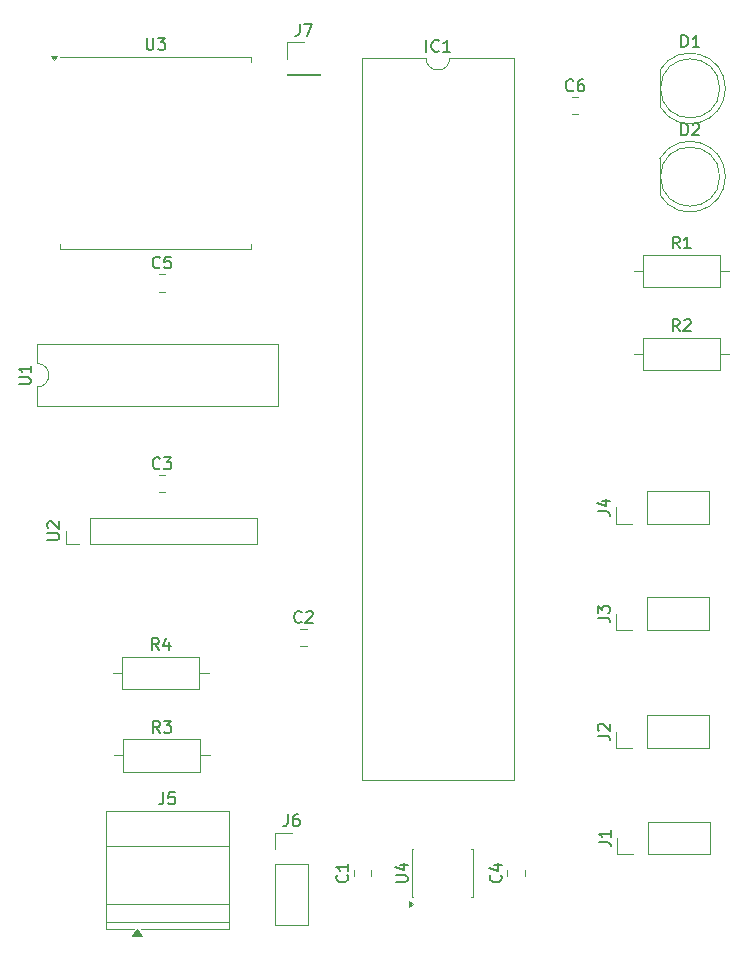
<source format=gto>
%TF.GenerationSoftware,KiCad,Pcbnew,9.0.6*%
%TF.CreationDate,2025-12-09T12:16:43+01:00*%
%TF.ProjectId,PCB Schematic Eclipse 1,50434220-5363-4686-956d-617469632045,rev?*%
%TF.SameCoordinates,Original*%
%TF.FileFunction,Legend,Top*%
%TF.FilePolarity,Positive*%
%FSLAX46Y46*%
G04 Gerber Fmt 4.6, Leading zero omitted, Abs format (unit mm)*
G04 Created by KiCad (PCBNEW 9.0.6) date 2025-12-09 12:16:43*
%MOMM*%
%LPD*%
G01*
G04 APERTURE LIST*
%ADD10C,0.150000*%
%ADD11C,0.120000*%
G04 APERTURE END LIST*
D10*
X162994819Y-136333333D02*
X163709104Y-136333333D01*
X163709104Y-136333333D02*
X163851961Y-136380952D01*
X163851961Y-136380952D02*
X163947200Y-136476190D01*
X163947200Y-136476190D02*
X163994819Y-136619047D01*
X163994819Y-136619047D02*
X163994819Y-136714285D01*
X163994819Y-135333333D02*
X163994819Y-135904761D01*
X163994819Y-135619047D02*
X162994819Y-135619047D01*
X162994819Y-135619047D02*
X163137676Y-135714285D01*
X163137676Y-135714285D02*
X163232914Y-135809523D01*
X163232914Y-135809523D02*
X163280533Y-135904761D01*
X126126666Y-132134819D02*
X126126666Y-132849104D01*
X126126666Y-132849104D02*
X126079047Y-132991961D01*
X126079047Y-132991961D02*
X125983809Y-133087200D01*
X125983809Y-133087200D02*
X125840952Y-133134819D01*
X125840952Y-133134819D02*
X125745714Y-133134819D01*
X127079047Y-132134819D02*
X126602857Y-132134819D01*
X126602857Y-132134819D02*
X126555238Y-132611009D01*
X126555238Y-132611009D02*
X126602857Y-132563390D01*
X126602857Y-132563390D02*
X126698095Y-132515771D01*
X126698095Y-132515771D02*
X126936190Y-132515771D01*
X126936190Y-132515771D02*
X127031428Y-132563390D01*
X127031428Y-132563390D02*
X127079047Y-132611009D01*
X127079047Y-132611009D02*
X127126666Y-132706247D01*
X127126666Y-132706247D02*
X127126666Y-132944342D01*
X127126666Y-132944342D02*
X127079047Y-133039580D01*
X127079047Y-133039580D02*
X127031428Y-133087200D01*
X127031428Y-133087200D02*
X126936190Y-133134819D01*
X126936190Y-133134819D02*
X126698095Y-133134819D01*
X126698095Y-133134819D02*
X126602857Y-133087200D01*
X126602857Y-133087200D02*
X126555238Y-133039580D01*
X136666666Y-133994819D02*
X136666666Y-134709104D01*
X136666666Y-134709104D02*
X136619047Y-134851961D01*
X136619047Y-134851961D02*
X136523809Y-134947200D01*
X136523809Y-134947200D02*
X136380952Y-134994819D01*
X136380952Y-134994819D02*
X136285714Y-134994819D01*
X137571428Y-133994819D02*
X137380952Y-133994819D01*
X137380952Y-133994819D02*
X137285714Y-134042438D01*
X137285714Y-134042438D02*
X137238095Y-134090057D01*
X137238095Y-134090057D02*
X137142857Y-134232914D01*
X137142857Y-134232914D02*
X137095238Y-134423390D01*
X137095238Y-134423390D02*
X137095238Y-134804342D01*
X137095238Y-134804342D02*
X137142857Y-134899580D01*
X137142857Y-134899580D02*
X137190476Y-134947200D01*
X137190476Y-134947200D02*
X137285714Y-134994819D01*
X137285714Y-134994819D02*
X137476190Y-134994819D01*
X137476190Y-134994819D02*
X137571428Y-134947200D01*
X137571428Y-134947200D02*
X137619047Y-134899580D01*
X137619047Y-134899580D02*
X137666666Y-134804342D01*
X137666666Y-134804342D02*
X137666666Y-134566247D01*
X137666666Y-134566247D02*
X137619047Y-134471009D01*
X137619047Y-134471009D02*
X137571428Y-134423390D01*
X137571428Y-134423390D02*
X137476190Y-134375771D01*
X137476190Y-134375771D02*
X137285714Y-134375771D01*
X137285714Y-134375771D02*
X137190476Y-134423390D01*
X137190476Y-134423390D02*
X137142857Y-134471009D01*
X137142857Y-134471009D02*
X137095238Y-134566247D01*
X125833333Y-87679580D02*
X125785714Y-87727200D01*
X125785714Y-87727200D02*
X125642857Y-87774819D01*
X125642857Y-87774819D02*
X125547619Y-87774819D01*
X125547619Y-87774819D02*
X125404762Y-87727200D01*
X125404762Y-87727200D02*
X125309524Y-87631961D01*
X125309524Y-87631961D02*
X125261905Y-87536723D01*
X125261905Y-87536723D02*
X125214286Y-87346247D01*
X125214286Y-87346247D02*
X125214286Y-87203390D01*
X125214286Y-87203390D02*
X125261905Y-87012914D01*
X125261905Y-87012914D02*
X125309524Y-86917676D01*
X125309524Y-86917676D02*
X125404762Y-86822438D01*
X125404762Y-86822438D02*
X125547619Y-86774819D01*
X125547619Y-86774819D02*
X125642857Y-86774819D01*
X125642857Y-86774819D02*
X125785714Y-86822438D01*
X125785714Y-86822438D02*
X125833333Y-86870057D01*
X126738095Y-86774819D02*
X126261905Y-86774819D01*
X126261905Y-86774819D02*
X126214286Y-87251009D01*
X126214286Y-87251009D02*
X126261905Y-87203390D01*
X126261905Y-87203390D02*
X126357143Y-87155771D01*
X126357143Y-87155771D02*
X126595238Y-87155771D01*
X126595238Y-87155771D02*
X126690476Y-87203390D01*
X126690476Y-87203390D02*
X126738095Y-87251009D01*
X126738095Y-87251009D02*
X126785714Y-87346247D01*
X126785714Y-87346247D02*
X126785714Y-87584342D01*
X126785714Y-87584342D02*
X126738095Y-87679580D01*
X126738095Y-87679580D02*
X126690476Y-87727200D01*
X126690476Y-87727200D02*
X126595238Y-87774819D01*
X126595238Y-87774819D02*
X126357143Y-87774819D01*
X126357143Y-87774819D02*
X126261905Y-87727200D01*
X126261905Y-87727200D02*
X126214286Y-87679580D01*
X141679580Y-139129166D02*
X141727200Y-139176785D01*
X141727200Y-139176785D02*
X141774819Y-139319642D01*
X141774819Y-139319642D02*
X141774819Y-139414880D01*
X141774819Y-139414880D02*
X141727200Y-139557737D01*
X141727200Y-139557737D02*
X141631961Y-139652975D01*
X141631961Y-139652975D02*
X141536723Y-139700594D01*
X141536723Y-139700594D02*
X141346247Y-139748213D01*
X141346247Y-139748213D02*
X141203390Y-139748213D01*
X141203390Y-139748213D02*
X141012914Y-139700594D01*
X141012914Y-139700594D02*
X140917676Y-139652975D01*
X140917676Y-139652975D02*
X140822438Y-139557737D01*
X140822438Y-139557737D02*
X140774819Y-139414880D01*
X140774819Y-139414880D02*
X140774819Y-139319642D01*
X140774819Y-139319642D02*
X140822438Y-139176785D01*
X140822438Y-139176785D02*
X140870057Y-139129166D01*
X141774819Y-138176785D02*
X141774819Y-138748213D01*
X141774819Y-138462499D02*
X140774819Y-138462499D01*
X140774819Y-138462499D02*
X140917676Y-138557737D01*
X140917676Y-138557737D02*
X141012914Y-138652975D01*
X141012914Y-138652975D02*
X141060533Y-138748213D01*
X137833333Y-117679580D02*
X137785714Y-117727200D01*
X137785714Y-117727200D02*
X137642857Y-117774819D01*
X137642857Y-117774819D02*
X137547619Y-117774819D01*
X137547619Y-117774819D02*
X137404762Y-117727200D01*
X137404762Y-117727200D02*
X137309524Y-117631961D01*
X137309524Y-117631961D02*
X137261905Y-117536723D01*
X137261905Y-117536723D02*
X137214286Y-117346247D01*
X137214286Y-117346247D02*
X137214286Y-117203390D01*
X137214286Y-117203390D02*
X137261905Y-117012914D01*
X137261905Y-117012914D02*
X137309524Y-116917676D01*
X137309524Y-116917676D02*
X137404762Y-116822438D01*
X137404762Y-116822438D02*
X137547619Y-116774819D01*
X137547619Y-116774819D02*
X137642857Y-116774819D01*
X137642857Y-116774819D02*
X137785714Y-116822438D01*
X137785714Y-116822438D02*
X137833333Y-116870057D01*
X138214286Y-116870057D02*
X138261905Y-116822438D01*
X138261905Y-116822438D02*
X138357143Y-116774819D01*
X138357143Y-116774819D02*
X138595238Y-116774819D01*
X138595238Y-116774819D02*
X138690476Y-116822438D01*
X138690476Y-116822438D02*
X138738095Y-116870057D01*
X138738095Y-116870057D02*
X138785714Y-116965295D01*
X138785714Y-116965295D02*
X138785714Y-117060533D01*
X138785714Y-117060533D02*
X138738095Y-117203390D01*
X138738095Y-117203390D02*
X138166667Y-117774819D01*
X138166667Y-117774819D02*
X138785714Y-117774819D01*
X154679580Y-139129166D02*
X154727200Y-139176785D01*
X154727200Y-139176785D02*
X154774819Y-139319642D01*
X154774819Y-139319642D02*
X154774819Y-139414880D01*
X154774819Y-139414880D02*
X154727200Y-139557737D01*
X154727200Y-139557737D02*
X154631961Y-139652975D01*
X154631961Y-139652975D02*
X154536723Y-139700594D01*
X154536723Y-139700594D02*
X154346247Y-139748213D01*
X154346247Y-139748213D02*
X154203390Y-139748213D01*
X154203390Y-139748213D02*
X154012914Y-139700594D01*
X154012914Y-139700594D02*
X153917676Y-139652975D01*
X153917676Y-139652975D02*
X153822438Y-139557737D01*
X153822438Y-139557737D02*
X153774819Y-139414880D01*
X153774819Y-139414880D02*
X153774819Y-139319642D01*
X153774819Y-139319642D02*
X153822438Y-139176785D01*
X153822438Y-139176785D02*
X153870057Y-139129166D01*
X154108152Y-138272023D02*
X154774819Y-138272023D01*
X153727200Y-138510118D02*
X154441485Y-138748213D01*
X154441485Y-138748213D02*
X154441485Y-138129166D01*
X160833333Y-72679580D02*
X160785714Y-72727200D01*
X160785714Y-72727200D02*
X160642857Y-72774819D01*
X160642857Y-72774819D02*
X160547619Y-72774819D01*
X160547619Y-72774819D02*
X160404762Y-72727200D01*
X160404762Y-72727200D02*
X160309524Y-72631961D01*
X160309524Y-72631961D02*
X160261905Y-72536723D01*
X160261905Y-72536723D02*
X160214286Y-72346247D01*
X160214286Y-72346247D02*
X160214286Y-72203390D01*
X160214286Y-72203390D02*
X160261905Y-72012914D01*
X160261905Y-72012914D02*
X160309524Y-71917676D01*
X160309524Y-71917676D02*
X160404762Y-71822438D01*
X160404762Y-71822438D02*
X160547619Y-71774819D01*
X160547619Y-71774819D02*
X160642857Y-71774819D01*
X160642857Y-71774819D02*
X160785714Y-71822438D01*
X160785714Y-71822438D02*
X160833333Y-71870057D01*
X161690476Y-71774819D02*
X161500000Y-71774819D01*
X161500000Y-71774819D02*
X161404762Y-71822438D01*
X161404762Y-71822438D02*
X161357143Y-71870057D01*
X161357143Y-71870057D02*
X161261905Y-72012914D01*
X161261905Y-72012914D02*
X161214286Y-72203390D01*
X161214286Y-72203390D02*
X161214286Y-72584342D01*
X161214286Y-72584342D02*
X161261905Y-72679580D01*
X161261905Y-72679580D02*
X161309524Y-72727200D01*
X161309524Y-72727200D02*
X161404762Y-72774819D01*
X161404762Y-72774819D02*
X161595238Y-72774819D01*
X161595238Y-72774819D02*
X161690476Y-72727200D01*
X161690476Y-72727200D02*
X161738095Y-72679580D01*
X161738095Y-72679580D02*
X161785714Y-72584342D01*
X161785714Y-72584342D02*
X161785714Y-72346247D01*
X161785714Y-72346247D02*
X161738095Y-72251009D01*
X161738095Y-72251009D02*
X161690476Y-72203390D01*
X161690476Y-72203390D02*
X161595238Y-72155771D01*
X161595238Y-72155771D02*
X161404762Y-72155771D01*
X161404762Y-72155771D02*
X161309524Y-72203390D01*
X161309524Y-72203390D02*
X161261905Y-72251009D01*
X161261905Y-72251009D02*
X161214286Y-72346247D01*
X125833333Y-104679580D02*
X125785714Y-104727200D01*
X125785714Y-104727200D02*
X125642857Y-104774819D01*
X125642857Y-104774819D02*
X125547619Y-104774819D01*
X125547619Y-104774819D02*
X125404762Y-104727200D01*
X125404762Y-104727200D02*
X125309524Y-104631961D01*
X125309524Y-104631961D02*
X125261905Y-104536723D01*
X125261905Y-104536723D02*
X125214286Y-104346247D01*
X125214286Y-104346247D02*
X125214286Y-104203390D01*
X125214286Y-104203390D02*
X125261905Y-104012914D01*
X125261905Y-104012914D02*
X125309524Y-103917676D01*
X125309524Y-103917676D02*
X125404762Y-103822438D01*
X125404762Y-103822438D02*
X125547619Y-103774819D01*
X125547619Y-103774819D02*
X125642857Y-103774819D01*
X125642857Y-103774819D02*
X125785714Y-103822438D01*
X125785714Y-103822438D02*
X125833333Y-103870057D01*
X126166667Y-103774819D02*
X126785714Y-103774819D01*
X126785714Y-103774819D02*
X126452381Y-104155771D01*
X126452381Y-104155771D02*
X126595238Y-104155771D01*
X126595238Y-104155771D02*
X126690476Y-104203390D01*
X126690476Y-104203390D02*
X126738095Y-104251009D01*
X126738095Y-104251009D02*
X126785714Y-104346247D01*
X126785714Y-104346247D02*
X126785714Y-104584342D01*
X126785714Y-104584342D02*
X126738095Y-104679580D01*
X126738095Y-104679580D02*
X126690476Y-104727200D01*
X126690476Y-104727200D02*
X126595238Y-104774819D01*
X126595238Y-104774819D02*
X126309524Y-104774819D01*
X126309524Y-104774819D02*
X126214286Y-104727200D01*
X126214286Y-104727200D02*
X126166667Y-104679580D01*
X125753333Y-120084819D02*
X125420000Y-119608628D01*
X125181905Y-120084819D02*
X125181905Y-119084819D01*
X125181905Y-119084819D02*
X125562857Y-119084819D01*
X125562857Y-119084819D02*
X125658095Y-119132438D01*
X125658095Y-119132438D02*
X125705714Y-119180057D01*
X125705714Y-119180057D02*
X125753333Y-119275295D01*
X125753333Y-119275295D02*
X125753333Y-119418152D01*
X125753333Y-119418152D02*
X125705714Y-119513390D01*
X125705714Y-119513390D02*
X125658095Y-119561009D01*
X125658095Y-119561009D02*
X125562857Y-119608628D01*
X125562857Y-119608628D02*
X125181905Y-119608628D01*
X126610476Y-119418152D02*
X126610476Y-120084819D01*
X126372381Y-119037200D02*
X126134286Y-119751485D01*
X126134286Y-119751485D02*
X126753333Y-119751485D01*
X162914819Y-127333333D02*
X163629104Y-127333333D01*
X163629104Y-127333333D02*
X163771961Y-127380952D01*
X163771961Y-127380952D02*
X163867200Y-127476190D01*
X163867200Y-127476190D02*
X163914819Y-127619047D01*
X163914819Y-127619047D02*
X163914819Y-127714285D01*
X163010057Y-126904761D02*
X162962438Y-126857142D01*
X162962438Y-126857142D02*
X162914819Y-126761904D01*
X162914819Y-126761904D02*
X162914819Y-126523809D01*
X162914819Y-126523809D02*
X162962438Y-126428571D01*
X162962438Y-126428571D02*
X163010057Y-126380952D01*
X163010057Y-126380952D02*
X163105295Y-126333333D01*
X163105295Y-126333333D02*
X163200533Y-126333333D01*
X163200533Y-126333333D02*
X163343390Y-126380952D01*
X163343390Y-126380952D02*
X163914819Y-126952380D01*
X163914819Y-126952380D02*
X163914819Y-126333333D01*
X162914819Y-117333333D02*
X163629104Y-117333333D01*
X163629104Y-117333333D02*
X163771961Y-117380952D01*
X163771961Y-117380952D02*
X163867200Y-117476190D01*
X163867200Y-117476190D02*
X163914819Y-117619047D01*
X163914819Y-117619047D02*
X163914819Y-117714285D01*
X162914819Y-116952380D02*
X162914819Y-116333333D01*
X162914819Y-116333333D02*
X163295771Y-116666666D01*
X163295771Y-116666666D02*
X163295771Y-116523809D01*
X163295771Y-116523809D02*
X163343390Y-116428571D01*
X163343390Y-116428571D02*
X163391009Y-116380952D01*
X163391009Y-116380952D02*
X163486247Y-116333333D01*
X163486247Y-116333333D02*
X163724342Y-116333333D01*
X163724342Y-116333333D02*
X163819580Y-116380952D01*
X163819580Y-116380952D02*
X163867200Y-116428571D01*
X163867200Y-116428571D02*
X163914819Y-116523809D01*
X163914819Y-116523809D02*
X163914819Y-116809523D01*
X163914819Y-116809523D02*
X163867200Y-116904761D01*
X163867200Y-116904761D02*
X163819580Y-116952380D01*
X169833333Y-86084819D02*
X169500000Y-85608628D01*
X169261905Y-86084819D02*
X169261905Y-85084819D01*
X169261905Y-85084819D02*
X169642857Y-85084819D01*
X169642857Y-85084819D02*
X169738095Y-85132438D01*
X169738095Y-85132438D02*
X169785714Y-85180057D01*
X169785714Y-85180057D02*
X169833333Y-85275295D01*
X169833333Y-85275295D02*
X169833333Y-85418152D01*
X169833333Y-85418152D02*
X169785714Y-85513390D01*
X169785714Y-85513390D02*
X169738095Y-85561009D01*
X169738095Y-85561009D02*
X169642857Y-85608628D01*
X169642857Y-85608628D02*
X169261905Y-85608628D01*
X170785714Y-86084819D02*
X170214286Y-86084819D01*
X170500000Y-86084819D02*
X170500000Y-85084819D01*
X170500000Y-85084819D02*
X170404762Y-85227676D01*
X170404762Y-85227676D02*
X170309524Y-85322914D01*
X170309524Y-85322914D02*
X170214286Y-85370533D01*
X162914819Y-108333333D02*
X163629104Y-108333333D01*
X163629104Y-108333333D02*
X163771961Y-108380952D01*
X163771961Y-108380952D02*
X163867200Y-108476190D01*
X163867200Y-108476190D02*
X163914819Y-108619047D01*
X163914819Y-108619047D02*
X163914819Y-108714285D01*
X163248152Y-107428571D02*
X163914819Y-107428571D01*
X162867200Y-107666666D02*
X163581485Y-107904761D01*
X163581485Y-107904761D02*
X163581485Y-107285714D01*
X169833333Y-93084819D02*
X169500000Y-92608628D01*
X169261905Y-93084819D02*
X169261905Y-92084819D01*
X169261905Y-92084819D02*
X169642857Y-92084819D01*
X169642857Y-92084819D02*
X169738095Y-92132438D01*
X169738095Y-92132438D02*
X169785714Y-92180057D01*
X169785714Y-92180057D02*
X169833333Y-92275295D01*
X169833333Y-92275295D02*
X169833333Y-92418152D01*
X169833333Y-92418152D02*
X169785714Y-92513390D01*
X169785714Y-92513390D02*
X169738095Y-92561009D01*
X169738095Y-92561009D02*
X169642857Y-92608628D01*
X169642857Y-92608628D02*
X169261905Y-92608628D01*
X170214286Y-92180057D02*
X170261905Y-92132438D01*
X170261905Y-92132438D02*
X170357143Y-92084819D01*
X170357143Y-92084819D02*
X170595238Y-92084819D01*
X170595238Y-92084819D02*
X170690476Y-92132438D01*
X170690476Y-92132438D02*
X170738095Y-92180057D01*
X170738095Y-92180057D02*
X170785714Y-92275295D01*
X170785714Y-92275295D02*
X170785714Y-92370533D01*
X170785714Y-92370533D02*
X170738095Y-92513390D01*
X170738095Y-92513390D02*
X170166667Y-93084819D01*
X170166667Y-93084819D02*
X170785714Y-93084819D01*
X125833333Y-127084819D02*
X125500000Y-126608628D01*
X125261905Y-127084819D02*
X125261905Y-126084819D01*
X125261905Y-126084819D02*
X125642857Y-126084819D01*
X125642857Y-126084819D02*
X125738095Y-126132438D01*
X125738095Y-126132438D02*
X125785714Y-126180057D01*
X125785714Y-126180057D02*
X125833333Y-126275295D01*
X125833333Y-126275295D02*
X125833333Y-126418152D01*
X125833333Y-126418152D02*
X125785714Y-126513390D01*
X125785714Y-126513390D02*
X125738095Y-126561009D01*
X125738095Y-126561009D02*
X125642857Y-126608628D01*
X125642857Y-126608628D02*
X125261905Y-126608628D01*
X126166667Y-126084819D02*
X126785714Y-126084819D01*
X126785714Y-126084819D02*
X126452381Y-126465771D01*
X126452381Y-126465771D02*
X126595238Y-126465771D01*
X126595238Y-126465771D02*
X126690476Y-126513390D01*
X126690476Y-126513390D02*
X126738095Y-126561009D01*
X126738095Y-126561009D02*
X126785714Y-126656247D01*
X126785714Y-126656247D02*
X126785714Y-126894342D01*
X126785714Y-126894342D02*
X126738095Y-126989580D01*
X126738095Y-126989580D02*
X126690476Y-127037200D01*
X126690476Y-127037200D02*
X126595238Y-127084819D01*
X126595238Y-127084819D02*
X126309524Y-127084819D01*
X126309524Y-127084819D02*
X126214286Y-127037200D01*
X126214286Y-127037200D02*
X126166667Y-126989580D01*
X116307319Y-110761904D02*
X117116842Y-110761904D01*
X117116842Y-110761904D02*
X117212080Y-110714285D01*
X117212080Y-110714285D02*
X117259700Y-110666666D01*
X117259700Y-110666666D02*
X117307319Y-110571428D01*
X117307319Y-110571428D02*
X117307319Y-110380952D01*
X117307319Y-110380952D02*
X117259700Y-110285714D01*
X117259700Y-110285714D02*
X117212080Y-110238095D01*
X117212080Y-110238095D02*
X117116842Y-110190476D01*
X117116842Y-110190476D02*
X116307319Y-110190476D01*
X116402557Y-109761904D02*
X116354938Y-109714285D01*
X116354938Y-109714285D02*
X116307319Y-109619047D01*
X116307319Y-109619047D02*
X116307319Y-109380952D01*
X116307319Y-109380952D02*
X116354938Y-109285714D01*
X116354938Y-109285714D02*
X116402557Y-109238095D01*
X116402557Y-109238095D02*
X116497795Y-109190476D01*
X116497795Y-109190476D02*
X116593033Y-109190476D01*
X116593033Y-109190476D02*
X116735890Y-109238095D01*
X116735890Y-109238095D02*
X117307319Y-109809523D01*
X117307319Y-109809523D02*
X117307319Y-109190476D01*
X124713095Y-68254819D02*
X124713095Y-69064342D01*
X124713095Y-69064342D02*
X124760714Y-69159580D01*
X124760714Y-69159580D02*
X124808333Y-69207200D01*
X124808333Y-69207200D02*
X124903571Y-69254819D01*
X124903571Y-69254819D02*
X125094047Y-69254819D01*
X125094047Y-69254819D02*
X125189285Y-69207200D01*
X125189285Y-69207200D02*
X125236904Y-69159580D01*
X125236904Y-69159580D02*
X125284523Y-69064342D01*
X125284523Y-69064342D02*
X125284523Y-68254819D01*
X125665476Y-68254819D02*
X126284523Y-68254819D01*
X126284523Y-68254819D02*
X125951190Y-68635771D01*
X125951190Y-68635771D02*
X126094047Y-68635771D01*
X126094047Y-68635771D02*
X126189285Y-68683390D01*
X126189285Y-68683390D02*
X126236904Y-68731009D01*
X126236904Y-68731009D02*
X126284523Y-68826247D01*
X126284523Y-68826247D02*
X126284523Y-69064342D01*
X126284523Y-69064342D02*
X126236904Y-69159580D01*
X126236904Y-69159580D02*
X126189285Y-69207200D01*
X126189285Y-69207200D02*
X126094047Y-69254819D01*
X126094047Y-69254819D02*
X125808333Y-69254819D01*
X125808333Y-69254819D02*
X125713095Y-69207200D01*
X125713095Y-69207200D02*
X125665476Y-69159580D01*
X145804819Y-139724404D02*
X146614342Y-139724404D01*
X146614342Y-139724404D02*
X146709580Y-139676785D01*
X146709580Y-139676785D02*
X146757200Y-139629166D01*
X146757200Y-139629166D02*
X146804819Y-139533928D01*
X146804819Y-139533928D02*
X146804819Y-139343452D01*
X146804819Y-139343452D02*
X146757200Y-139248214D01*
X146757200Y-139248214D02*
X146709580Y-139200595D01*
X146709580Y-139200595D02*
X146614342Y-139152976D01*
X146614342Y-139152976D02*
X145804819Y-139152976D01*
X146138152Y-138248214D02*
X146804819Y-138248214D01*
X145757200Y-138486309D02*
X146471485Y-138724404D01*
X146471485Y-138724404D02*
X146471485Y-138105357D01*
X113884819Y-97571904D02*
X114694342Y-97571904D01*
X114694342Y-97571904D02*
X114789580Y-97524285D01*
X114789580Y-97524285D02*
X114837200Y-97476666D01*
X114837200Y-97476666D02*
X114884819Y-97381428D01*
X114884819Y-97381428D02*
X114884819Y-97190952D01*
X114884819Y-97190952D02*
X114837200Y-97095714D01*
X114837200Y-97095714D02*
X114789580Y-97048095D01*
X114789580Y-97048095D02*
X114694342Y-97000476D01*
X114694342Y-97000476D02*
X113884819Y-97000476D01*
X114884819Y-96000476D02*
X114884819Y-96571904D01*
X114884819Y-96286190D02*
X113884819Y-96286190D01*
X113884819Y-96286190D02*
X114027676Y-96381428D01*
X114027676Y-96381428D02*
X114122914Y-96476666D01*
X114122914Y-96476666D02*
X114170533Y-96571904D01*
X137666666Y-67074819D02*
X137666666Y-67789104D01*
X137666666Y-67789104D02*
X137619047Y-67931961D01*
X137619047Y-67931961D02*
X137523809Y-68027200D01*
X137523809Y-68027200D02*
X137380952Y-68074819D01*
X137380952Y-68074819D02*
X137285714Y-68074819D01*
X138047619Y-67074819D02*
X138714285Y-67074819D01*
X138714285Y-67074819D02*
X138285714Y-68074819D01*
X148403810Y-69424819D02*
X148403810Y-68424819D01*
X149451428Y-69329580D02*
X149403809Y-69377200D01*
X149403809Y-69377200D02*
X149260952Y-69424819D01*
X149260952Y-69424819D02*
X149165714Y-69424819D01*
X149165714Y-69424819D02*
X149022857Y-69377200D01*
X149022857Y-69377200D02*
X148927619Y-69281961D01*
X148927619Y-69281961D02*
X148880000Y-69186723D01*
X148880000Y-69186723D02*
X148832381Y-68996247D01*
X148832381Y-68996247D02*
X148832381Y-68853390D01*
X148832381Y-68853390D02*
X148880000Y-68662914D01*
X148880000Y-68662914D02*
X148927619Y-68567676D01*
X148927619Y-68567676D02*
X149022857Y-68472438D01*
X149022857Y-68472438D02*
X149165714Y-68424819D01*
X149165714Y-68424819D02*
X149260952Y-68424819D01*
X149260952Y-68424819D02*
X149403809Y-68472438D01*
X149403809Y-68472438D02*
X149451428Y-68520057D01*
X150403809Y-69424819D02*
X149832381Y-69424819D01*
X150118095Y-69424819D02*
X150118095Y-68424819D01*
X150118095Y-68424819D02*
X150022857Y-68567676D01*
X150022857Y-68567676D02*
X149927619Y-68662914D01*
X149927619Y-68662914D02*
X149832381Y-68710533D01*
X169991905Y-76494819D02*
X169991905Y-75494819D01*
X169991905Y-75494819D02*
X170230000Y-75494819D01*
X170230000Y-75494819D02*
X170372857Y-75542438D01*
X170372857Y-75542438D02*
X170468095Y-75637676D01*
X170468095Y-75637676D02*
X170515714Y-75732914D01*
X170515714Y-75732914D02*
X170563333Y-75923390D01*
X170563333Y-75923390D02*
X170563333Y-76066247D01*
X170563333Y-76066247D02*
X170515714Y-76256723D01*
X170515714Y-76256723D02*
X170468095Y-76351961D01*
X170468095Y-76351961D02*
X170372857Y-76447200D01*
X170372857Y-76447200D02*
X170230000Y-76494819D01*
X170230000Y-76494819D02*
X169991905Y-76494819D01*
X170944286Y-75590057D02*
X170991905Y-75542438D01*
X170991905Y-75542438D02*
X171087143Y-75494819D01*
X171087143Y-75494819D02*
X171325238Y-75494819D01*
X171325238Y-75494819D02*
X171420476Y-75542438D01*
X171420476Y-75542438D02*
X171468095Y-75590057D01*
X171468095Y-75590057D02*
X171515714Y-75685295D01*
X171515714Y-75685295D02*
X171515714Y-75780533D01*
X171515714Y-75780533D02*
X171468095Y-75923390D01*
X171468095Y-75923390D02*
X170896667Y-76494819D01*
X170896667Y-76494819D02*
X171515714Y-76494819D01*
X169991905Y-69024819D02*
X169991905Y-68024819D01*
X169991905Y-68024819D02*
X170230000Y-68024819D01*
X170230000Y-68024819D02*
X170372857Y-68072438D01*
X170372857Y-68072438D02*
X170468095Y-68167676D01*
X170468095Y-68167676D02*
X170515714Y-68262914D01*
X170515714Y-68262914D02*
X170563333Y-68453390D01*
X170563333Y-68453390D02*
X170563333Y-68596247D01*
X170563333Y-68596247D02*
X170515714Y-68786723D01*
X170515714Y-68786723D02*
X170468095Y-68881961D01*
X170468095Y-68881961D02*
X170372857Y-68977200D01*
X170372857Y-68977200D02*
X170230000Y-69024819D01*
X170230000Y-69024819D02*
X169991905Y-69024819D01*
X171515714Y-69024819D02*
X170944286Y-69024819D01*
X171230000Y-69024819D02*
X171230000Y-68024819D01*
X171230000Y-68024819D02*
X171134762Y-68167676D01*
X171134762Y-68167676D02*
X171039524Y-68262914D01*
X171039524Y-68262914D02*
X170944286Y-68310533D01*
D11*
%TO.C,J1*%
X164540000Y-137380000D02*
X164540000Y-136000000D01*
X165920000Y-137380000D02*
X164540000Y-137380000D01*
X167190000Y-137380000D02*
X172380000Y-137380000D01*
X167190000Y-137380000D02*
X167190000Y-134620000D01*
X172380000Y-137380000D02*
X172380000Y-134620000D01*
X167190000Y-134620000D02*
X172380000Y-134620000D01*
%TO.C,J5*%
X121260000Y-133680000D02*
X131660000Y-133680000D01*
X121260000Y-136700000D02*
X131660000Y-136700000D01*
X121260000Y-141600000D02*
X131660000Y-141600000D01*
X121260000Y-143100000D02*
X131660000Y-143100000D01*
X121260000Y-143720000D02*
X121260000Y-133680000D01*
X123620000Y-143720000D02*
X121260000Y-143720000D01*
X131660000Y-133680000D02*
X131660000Y-143720000D01*
X131660000Y-143720000D02*
X124220000Y-143720000D01*
X124360000Y-144330000D02*
X123480000Y-144330000D01*
X123920000Y-143720000D01*
X124360000Y-144330000D01*
G36*
X124360000Y-144330000D02*
G01*
X123480000Y-144330000D01*
X123920000Y-143720000D01*
X124360000Y-144330000D01*
G37*
%TO.C,J6*%
X135620000Y-135540000D02*
X137000000Y-135540000D01*
X135620000Y-136920000D02*
X135620000Y-135540000D01*
X135620000Y-138190000D02*
X135620000Y-143380000D01*
X135620000Y-138190000D02*
X138380000Y-138190000D01*
X135620000Y-143380000D02*
X138380000Y-143380000D01*
X138380000Y-138190000D02*
X138380000Y-143380000D01*
%TO.C,C5*%
X125738748Y-89735000D02*
X126261252Y-89735000D01*
X125738748Y-88265000D02*
X126261252Y-88265000D01*
%TO.C,C1*%
X143735000Y-139223752D02*
X143735000Y-138701248D01*
X142265000Y-139223752D02*
X142265000Y-138701248D01*
%TO.C,C2*%
X137738748Y-119735000D02*
X138261252Y-119735000D01*
X137738748Y-118265000D02*
X138261252Y-118265000D01*
%TO.C,C4*%
X156735000Y-139223752D02*
X156735000Y-138701248D01*
X155265000Y-139223752D02*
X155265000Y-138701248D01*
%TO.C,C6*%
X160738748Y-74735000D02*
X161261252Y-74735000D01*
X160738748Y-73265000D02*
X161261252Y-73265000D01*
%TO.C,C3*%
X125738748Y-106735000D02*
X126261252Y-106735000D01*
X125738748Y-105265000D02*
X126261252Y-105265000D01*
%TO.C,R4*%
X121880000Y-122000000D02*
X122650000Y-122000000D01*
X129960000Y-122000000D02*
X129190000Y-122000000D01*
X122650000Y-120630000D02*
X129190000Y-120630000D01*
X129190000Y-123370000D01*
X122650000Y-123370000D01*
X122650000Y-120630000D01*
%TO.C,J2*%
X167110000Y-125620000D02*
X172300000Y-125620000D01*
X172300000Y-128380000D02*
X172300000Y-125620000D01*
X167110000Y-128380000D02*
X167110000Y-125620000D01*
X167110000Y-128380000D02*
X172300000Y-128380000D01*
X165840000Y-128380000D02*
X164460000Y-128380000D01*
X164460000Y-128380000D02*
X164460000Y-127000000D01*
%TO.C,J3*%
X164460000Y-118380000D02*
X164460000Y-117000000D01*
X165840000Y-118380000D02*
X164460000Y-118380000D01*
X167110000Y-118380000D02*
X172300000Y-118380000D01*
X167110000Y-118380000D02*
X167110000Y-115620000D01*
X172300000Y-118380000D02*
X172300000Y-115620000D01*
X167110000Y-115620000D02*
X172300000Y-115620000D01*
%TO.C,R1*%
X166730000Y-86630000D02*
X173270000Y-86630000D01*
X173270000Y-89370000D01*
X166730000Y-89370000D01*
X166730000Y-86630000D01*
X174040000Y-88000000D02*
X173270000Y-88000000D01*
X165960000Y-88000000D02*
X166730000Y-88000000D01*
%TO.C,J4*%
X167110000Y-106620000D02*
X172300000Y-106620000D01*
X172300000Y-109380000D02*
X172300000Y-106620000D01*
X167110000Y-109380000D02*
X167110000Y-106620000D01*
X167110000Y-109380000D02*
X172300000Y-109380000D01*
X165840000Y-109380000D02*
X164460000Y-109380000D01*
X164460000Y-109380000D02*
X164460000Y-108000000D01*
%TO.C,R2*%
X166730000Y-93630000D02*
X173270000Y-93630000D01*
X173270000Y-96370000D01*
X166730000Y-96370000D01*
X166730000Y-93630000D01*
X174040000Y-95000000D02*
X173270000Y-95000000D01*
X165960000Y-95000000D02*
X166730000Y-95000000D01*
%TO.C,R3*%
X122730000Y-127630000D02*
X129270000Y-127630000D01*
X129270000Y-130370000D01*
X122730000Y-130370000D01*
X122730000Y-127630000D01*
X130040000Y-129000000D02*
X129270000Y-129000000D01*
X121960000Y-129000000D02*
X122730000Y-129000000D01*
%TO.C,U2*%
X119962500Y-108890000D02*
X134072500Y-108890000D01*
X134072500Y-111110000D02*
X134072500Y-108890000D01*
X119962500Y-111110000D02*
X119962500Y-108890000D01*
X119962500Y-111110000D02*
X134072500Y-111110000D01*
X118962500Y-111110000D02*
X117852500Y-111110000D01*
X117852500Y-111110000D02*
X117852500Y-110000000D01*
%TO.C,U3*%
X116875000Y-70100000D02*
X116635000Y-69764000D01*
X117115000Y-69764000D01*
X116875000Y-70100000D01*
G36*
X116875000Y-70100000D02*
G01*
X116635000Y-69764000D01*
X117115000Y-69764000D01*
X116875000Y-70100000D01*
G37*
X133575000Y-86100000D02*
X133575000Y-85700000D01*
X133575000Y-69900000D02*
X133575000Y-70300000D01*
X117375000Y-86100000D02*
X133575000Y-86100000D01*
X117375000Y-85700000D02*
X117375000Y-86100000D01*
X117375000Y-69900000D02*
X133575000Y-69900000D01*
%TO.C,U4*%
X147190000Y-141022500D02*
X147190000Y-136902500D01*
X147285000Y-141022500D02*
X147190000Y-141022500D01*
X152310000Y-141022500D02*
X152215000Y-141022500D01*
X147190000Y-136902500D02*
X147285000Y-136902500D01*
X152215000Y-136902500D02*
X152310000Y-136902500D01*
X152310000Y-136902500D02*
X152310000Y-141022500D01*
X147280000Y-141562500D02*
X146950000Y-141802500D01*
X146950000Y-141322500D01*
X147280000Y-141562500D01*
G36*
X147280000Y-141562500D02*
G01*
X146950000Y-141802500D01*
X146950000Y-141322500D01*
X147280000Y-141562500D01*
G37*
%TO.C,U1*%
X115430000Y-99460000D02*
X135870000Y-99460000D01*
X135870000Y-99460000D02*
X135870000Y-94160000D01*
X115430000Y-97810000D02*
X115430000Y-99460000D01*
X115430000Y-94160000D02*
X115430000Y-95810000D01*
X135870000Y-94160000D02*
X115430000Y-94160000D01*
X115430000Y-95810000D02*
G75*
G02*
X115430000Y-97810000I0J-1000000D01*
G01*
%TO.C,J7*%
X136620000Y-68620000D02*
X138000000Y-68620000D01*
X136620000Y-70000000D02*
X136620000Y-68620000D01*
X136620000Y-71270000D02*
X136620000Y-71380000D01*
X136620000Y-71270000D02*
X139380000Y-71270000D01*
X136620000Y-71380000D02*
X139380000Y-71380000D01*
X139380000Y-71270000D02*
X139380000Y-71380000D01*
%TO.C,IC1*%
X142920000Y-69970000D02*
X142920000Y-131050000D01*
X142920000Y-131050000D02*
X155840000Y-131050000D01*
X148380000Y-69970000D02*
X142920000Y-69970000D01*
X155840000Y-69970000D02*
X150380000Y-69970000D01*
X155840000Y-131050000D02*
X155840000Y-69970000D01*
X150380000Y-69970000D02*
G75*
G02*
X148380000Y-69970000I-1000000J0D01*
G01*
%TO.C,D2*%
X168170000Y-78455000D02*
X168170000Y-81545000D01*
X168170000Y-78455170D02*
G75*
G02*
X173720000Y-80000000I2560000J-1544830D01*
G01*
X173720000Y-80000000D02*
G75*
G02*
X168170000Y-81544830I-2990000J0D01*
G01*
X173230000Y-80000000D02*
G75*
G02*
X168230000Y-80000000I-2500000J0D01*
G01*
X168230000Y-80000000D02*
G75*
G02*
X173230000Y-80000000I2500000J0D01*
G01*
%TO.C,D1*%
X168170000Y-70985000D02*
X168170000Y-74075000D01*
X168170000Y-70985170D02*
G75*
G02*
X173720000Y-72530000I2560000J-1544830D01*
G01*
X173720000Y-72530000D02*
G75*
G02*
X168170000Y-74074830I-2990000J0D01*
G01*
X173230000Y-72530000D02*
G75*
G02*
X168230000Y-72530000I-2500000J0D01*
G01*
X168230000Y-72530000D02*
G75*
G02*
X173230000Y-72530000I2500000J0D01*
G01*
%TD*%
M02*

</source>
